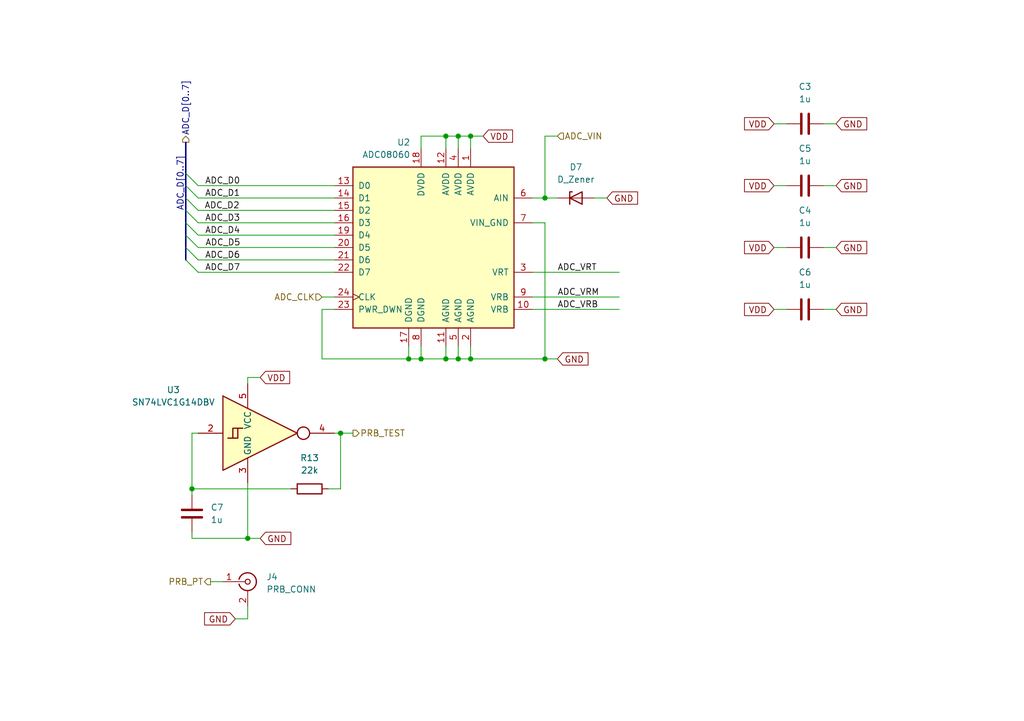
<source format=kicad_sch>
(kicad_sch (version 20230121) (generator eeschema)
  (paper "A5")
  (title_block (date "2024-02-23"))
  (lib_symbols
    (symbol "74xGxx:SN74LVC1G14DBV"
      (property "Reference" "U" (at -5.08 10.16 0))
      (property "Value" "SN74LVC1G14DBV" (at 20.32 10.16 0))
      (symbol "SN74LVC1G14DBV_0_1"
        (polyline (pts (xy -2.032 1.016) (xy -1.016 1.016)) (stroke (width 0.254)) (fill (type background)))
        (polyline (pts (xy -5.08 7.62) (xy -5.08 -7.62) (xy 10.16 0) (xy -5.08 7.62)) (stroke (width 0.254)) (fill (type background)))
        (polyline (pts (xy -3.048 -1.016) (xy -3.048 1.016) (xy -2.032 1.016) (xy -2.032 -1.016) (xy -4.064 -1.016)) (stroke (width 0.254)) (fill (type background)))
        (circle (center 11.43 0) (radius 1.27) (stroke (width 0.254)))
      )
      (symbol "SN74LVC1G14DBV_1_1"
        (pin no_connect line (at 10.16 0 180) (length 5.08) hide (name "NC") (number "1"))
        (pin input line (at -10.16 0 0) (length 5.08) (name "~") (number "2"))
        (pin power_in line (at 0 -10.16 90) (length 5.08) (name "GND") (number "3"))
        (pin output line (at 17.78 0 180) (length 5.08) (name "~") (number "4"))
        (pin power_in line (at 0 10.16 270) (length 5.08) (name "VCC") (number "5"))
      )
    )
    (symbol "Analog_ADC:ADC08060" (pin_names (offset 1.016))
      (property "Reference" "U" (at -16.51 17.78 0))
      (property "Value" "ADC08060" (at 8.89 17.78 0))
      (symbol "ADC08060_0_1"
        (rectangle (start -16.51 16.51) (end 16.51 -16.51) (stroke (width 0.254)) (fill (type background)))
      )
      (symbol "ADC08060_1_1"
        (pin power_in line (at -7.62 20.32 270) (length 3.81) (name "AVDD") (number "1"))
        (pin input line (at -20.32 -12.7 0) (length 3.81) (name "VRB") (number "10"))
        (pin power_in line (at -2.54 -20.32 90) (length 3.81) (name "AGND") (number "11"))
        (pin power_in line (at -2.54 20.32 270) (length 3.81) (name "AVDD") (number "12"))
        (pin tri_state line (at 20.32 12.7 180) (length 3.81) (name "D0") (number "13"))
        (pin tri_state line (at 20.32 10.16 180) (length 3.81) (name "D1") (number "14"))
        (pin tri_state line (at 20.32 7.62 180) (length 3.81) (name "D2") (number "15"))
        (pin tri_state line (at 20.32 5.08 180) (length 3.81) (name "D3") (number "16"))
        (pin power_in line (at 5.08 -20.32 90) (length 3.81) (name "DGND") (number "17"))
        (pin power_in line (at 2.54 20.32 270) (length 3.81) (name "DVDD") (number "18"))
        (pin tri_state line (at 20.32 2.54 180) (length 3.81) (name "D4") (number "19"))
        (pin power_in line (at -7.62 -20.32 90) (length 3.81) (name "AGND") (number "2"))
        (pin tri_state line (at 20.32 0 180) (length 3.81) (name "D5") (number "20"))
        (pin tri_state line (at 20.32 -2.54 180) (length 3.81) (name "D6") (number "21"))
        (pin tri_state line (at 20.32 -5.08 180) (length 3.81) (name "D7") (number "22"))
        (pin input line (at 20.32 -12.7 180) (length 3.81) (name "PWR_DWN") (number "23"))
        (pin input clock (at 20.32 -10.16 180) (length 3.81) (name "CLK") (number "24"))
        (pin input line (at -20.32 -5.08 0) (length 3.81) (name "VRT") (number "3"))
        (pin power_in line (at -5.08 20.32 270) (length 3.81) (name "AVDD") (number "4"))
        (pin power_in line (at -5.08 -20.32 90) (length 3.81) (name "AGND") (number "5"))
        (pin input line (at -20.32 10.16 0) (length 3.81) (name "AIN") (number "6"))
        (pin input line (at -20.32 5.08 0) (length 3.81) (name "VIN_GND") (number "7"))
        (pin power_in line (at 2.54 -20.32 90) (length 3.81) (name "DGND") (number "8"))
        (pin input line (at -20.32 -10.16 0) (length 3.81) (name "VRB") (number "9"))
      )
    )
    (symbol "Connector:Conn_Coaxial" (pin_names (offset 1.016) hide)
      (property "Reference" "J" (at 0.254 3.048 0))
      (property "Value" "Conn_Coaxial" (at 2.921 0 90))
      (symbol "Conn_Coaxial_0_1"
        (arc (start -1.778 -0.508) (mid 0.2311 -1.8066) (end 1.778 0) (stroke (width 0.254)))
        (polyline (pts (xy -2.54 0) (xy -0.508 0)))
        (polyline (pts (xy 0 -2.54) (xy 0 -1.778)))
        (circle (center 0 0) (radius 0.508) (stroke (width 0.2032)))
        (arc (start 1.778 0) (mid 0.2099 1.8101) (end -1.778 0.508) (stroke (width 0.254)))
      )
      (symbol "Conn_Coaxial_1_1"
        (pin passive line (at -5.08 0 0) (length 2.54) (name "In") (number "1"))
        (pin passive line (at 0 -5.08 90) (length 2.54) (name "Ext") (number "2"))
      )
    )
    (symbol "Device:C" (pin_numbers hide) (pin_names (offset 0.254))
      (property "Reference" "C" (at 0.635 2.54 0))
      (property "Value" "C" (at 0.635 -2.54 0))
      (symbol "C_0_1"
        (polyline (pts (xy -2.032 -0.762) (xy 2.032 -0.762)) (stroke (width 0.508)))
        (polyline (pts (xy -2.032 0.762) (xy 2.032 0.762)) (stroke (width 0.508)))
      )
      (symbol "C_1_1"
        (pin passive line (at 0 3.81 270) (length 2.794) (name "~") (number "1"))
        (pin passive line (at 0 -3.81 90) (length 2.794) (name "~") (number "2"))
      )
    )
    (symbol "Device:D_Zener" (pin_numbers hide) (pin_names (offset 1.016) hide)
      (property "Reference" "D" (at 0 2.54 0))
      (property "Value" "D_Zener" (at 0 -2.54 0))
      (symbol "D_Zener_0_1"
        (polyline (pts (xy 1.27 0) (xy -1.27 0)))
        (polyline (pts (xy -1.27 -1.27) (xy -1.27 1.27) (xy -0.762 1.27)) (stroke (width 0.254)))
        (polyline (pts (xy 1.27 -1.27) (xy 1.27 1.27) (xy -1.27 0) (xy 1.27 -1.27)) (stroke (width 0.254)))
      )
      (symbol "D_Zener_1_1"
        (pin passive line (at -3.81 0 0) (length 2.54) (name "K") (number "1"))
        (pin passive line (at 3.81 0 180) (length 2.54) (name "A") (number "2"))
      )
    )
    (symbol "Device:R" (pin_numbers hide) (pin_names (offset 0))
      (property "Reference" "R" (at 2.032 0 90))
      (property "Value" "R" (at 0 0 90))
      (symbol "R_0_1"
        (rectangle (start -1.016 -2.54) (end 1.016 2.54) (stroke (width 0.254)))
      )
      (symbol "R_1_1"
        (pin passive line (at 0 3.81 270) (length 1.27) (name "~") (number "1"))
        (pin passive line (at 0 -3.81 90) (length 1.27) (name "~") (number "2"))
      )
    )
  )
  (junction (at 50.8 110.49))
  (junction (at 91.44 73.66))
  (junction (at 91.44 27.94))
  (junction (at 96.52 73.66))
  (junction (at 111.76 40.64))
  (junction (at 86.36 73.66))
  (junction (at 96.52 27.94))
  (junction (at 83.82 73.66))
  (junction (at 111.76 73.66))
  (junction (at 93.98 73.66))
  (junction (at 93.98 27.94))
  (junction (at 69.85 88.9))
  (junction (at 39.37 100.33))
  (bus_entry (at 38.1 53.34) (size 2.54 2.54))
  (bus_entry (at 38.1 48.26) (size 2.54 2.54))
  (bus_entry (at 38.1 35.56) (size 2.54 2.54))
  (bus_entry (at 38.1 50.8) (size 2.54 2.54))
  (bus_entry (at 38.1 45.72) (size 2.54 2.54))
  (bus_entry (at 38.1 43.18) (size 2.54 2.54))
  (bus_entry (at 38.1 38.1) (size 2.54 2.54))
  (bus_entry (at 38.1 40.64) (size 2.54 2.54))
  (wire (pts (xy 68.58 63.5) (xy 66.04 63.5)))
  (wire (pts (xy 40.64 38.1) (xy 68.58 38.1)))
  (wire (pts (xy 83.82 73.66) (xy 86.36 73.66)))
  (wire (pts (xy 69.85 100.33) (xy 67.31 100.33)))
  (wire (pts (xy 168.91 25.4) (xy 171.45 25.4)))
  (wire (pts (xy 111.76 27.94) (xy 114.3 27.94)))
  (bus (pts (xy 38.1 43.18) (xy 38.1 45.72)))
  (wire (pts (xy 111.76 73.66) (xy 111.76 45.72)))
  (bus (pts (xy 38.1 50.8) (xy 38.1 53.34)))
  (wire (pts (xy 114.3 73.66) (xy 111.76 73.66)))
  (wire (pts (xy 168.91 38.1) (xy 171.45 38.1)))
  (wire (pts (xy 99.06 27.94) (xy 96.52 27.94)))
  (wire (pts (xy 86.36 27.94) (xy 86.36 30.48)))
  (wire (pts (xy 93.98 27.94) (xy 93.98 30.48)))
  (wire (pts (xy 53.34 110.49) (xy 50.8 110.49)))
  (wire (pts (xy 40.64 45.72) (xy 68.58 45.72)))
  (wire (pts (xy 91.44 27.94) (xy 86.36 27.94)))
  (wire (pts (xy 39.37 88.9) (xy 40.64 88.9)))
  (wire (pts (xy 86.36 71.12) (xy 86.36 73.66)))
  (wire (pts (xy 91.44 27.94) (xy 91.44 30.48)))
  (wire (pts (xy 109.22 63.5) (xy 127 63.5)))
  (wire (pts (xy 48.26 127) (xy 50.8 127)))
  (bus (pts (xy 38.1 45.72) (xy 38.1 48.26)))
  (wire (pts (xy 40.64 48.26) (xy 68.58 48.26)))
  (wire (pts (xy 111.76 27.94) (xy 111.76 40.64)))
  (wire (pts (xy 109.22 60.96) (xy 127 60.96)))
  (wire (pts (xy 40.64 43.18) (xy 68.58 43.18)))
  (wire (pts (xy 66.04 63.5) (xy 66.04 73.66)))
  (wire (pts (xy 168.91 50.8) (xy 171.45 50.8)))
  (wire (pts (xy 158.75 38.1) (xy 161.29 38.1)))
  (wire (pts (xy 39.37 100.33) (xy 39.37 101.6)))
  (bus (pts (xy 38.1 40.64) (xy 38.1 43.18)))
  (wire (pts (xy 93.98 27.94) (xy 91.44 27.94)))
  (wire (pts (xy 50.8 110.49) (xy 39.37 110.49)))
  (wire (pts (xy 121.92 40.64) (xy 124.46 40.64)))
  (wire (pts (xy 111.76 73.66) (xy 96.52 73.66)))
  (wire (pts (xy 40.64 40.64) (xy 68.58 40.64)))
  (wire (pts (xy 96.52 73.66) (xy 96.52 71.12)))
  (wire (pts (xy 158.75 25.4) (xy 161.29 25.4)))
  (bus (pts (xy 38.1 48.26) (xy 38.1 50.8)))
  (wire (pts (xy 50.8 127) (xy 50.8 124.46)))
  (wire (pts (xy 39.37 100.33) (xy 39.37 88.9)))
  (wire (pts (xy 69.85 88.9) (xy 69.85 100.33)))
  (wire (pts (xy 111.76 40.64) (xy 114.3 40.64)))
  (wire (pts (xy 91.44 71.12) (xy 91.44 73.66)))
  (wire (pts (xy 40.64 53.34) (xy 68.58 53.34)))
  (wire (pts (xy 96.52 27.94) (xy 93.98 27.94)))
  (wire (pts (xy 66.04 73.66) (xy 83.82 73.66)))
  (wire (pts (xy 96.52 27.94) (xy 96.52 30.48)))
  (wire (pts (xy 109.22 55.88) (xy 127 55.88)))
  (wire (pts (xy 83.82 71.12) (xy 83.82 73.66)))
  (wire (pts (xy 53.34 77.47) (xy 50.8 77.47)))
  (bus (pts (xy 38.1 29.21) (xy 38.1 35.56)))
  (wire (pts (xy 158.75 63.5) (xy 161.29 63.5)))
  (wire (pts (xy 86.36 73.66) (xy 91.44 73.66)))
  (wire (pts (xy 158.75 50.8) (xy 161.29 50.8)))
  (wire (pts (xy 66.04 60.96) (xy 68.58 60.96)))
  (wire (pts (xy 40.64 50.8) (xy 68.58 50.8)))
  (wire (pts (xy 43.18 119.38) (xy 45.72 119.38)))
  (wire (pts (xy 168.91 63.5) (xy 171.45 63.5)))
  (wire (pts (xy 50.8 99.06) (xy 50.8 110.49)))
  (wire (pts (xy 93.98 71.12) (xy 93.98 73.66)))
  (bus (pts (xy 38.1 38.1) (xy 38.1 40.64)))
  (bus (pts (xy 38.1 35.56) (xy 38.1 38.1)))
  (wire (pts (xy 59.69 100.33) (xy 39.37 100.33)))
  (wire (pts (xy 111.76 45.72) (xy 109.22 45.72)))
  (wire (pts (xy 39.37 110.49) (xy 39.37 109.22)))
  (wire (pts (xy 50.8 77.47) (xy 50.8 78.74)))
  (wire (pts (xy 68.58 88.9) (xy 69.85 88.9)))
  (wire (pts (xy 93.98 73.66) (xy 96.52 73.66)))
  (wire (pts (xy 111.76 40.64) (xy 109.22 40.64)))
  (wire (pts (xy 69.85 88.9) (xy 72.39 88.9)))
  (wire (pts (xy 91.44 73.66) (xy 93.98 73.66)))
  (wire (pts (xy 40.64 55.88) (xy 68.58 55.88)))
  (label "ADC_VRT" (at 114.3 55.88 0))
  (label "ADC_D3" (at 42.0231 45.72 0))
  (label "ADC_D1" (at 42.0231 40.64 0))
  (label "ADC_D2" (at 41.91 43.18 0))
  (label "ADC_D7" (at 42.0231 55.88 0))
  (label "ADC_D6" (at 42.0231 53.34 0))
  (label "ADC_VRM" (at 114.3 60.96 0))
  (label "ADC_D0" (at 42.0231 38.1 0))
  (label "ADC_D5" (at 42.0757 50.8 0))
  (label "ADC_D[0..7]" (at 38.1 43.18 90))
  (label "ADC_VRB" (at 114.3 63.5 0))
  (label "ADC_D4" (at 42.0231 48.26 0))
  (global_label "GND" (shape input) (at 171.45 63.5 0) (property "Intersheetrefs" "${INTERSHEET_REFS}" (effects hide)))
  (global_label "GND" (shape input) (at 124.46 40.64 0) (property "Intersheetrefs" "${INTERSHEET_REFS}" (effects hide)))
  (global_label "VDD" (shape input) (at 53.34 77.47 0) (property "Intersheetrefs" "${INTERSHEET_REFS}" (effects hide)))
  (global_label "VDD" (shape input) (at 158.75 63.5 180) (property "Intersheetrefs" "${INTERSHEET_REFS}" (effects hide)))
  (global_label "VDD" (shape input) (at 158.75 50.8 180) (property "Intersheetrefs" "${INTERSHEET_REFS}" (effects hide)))
  (global_label "GND" (shape input) (at 114.3 73.66 0) (property "Intersheetrefs" "${INTERSHEET_REFS}" (effects hide)))
  (global_label "VDD" (shape input) (at 158.75 38.1 180) (property "Intersheetrefs" "${INTERSHEET_REFS}" (effects hide)))
  (global_label "GND" (shape input) (at 171.45 25.4 0) (property "Intersheetrefs" "${INTERSHEET_REFS}" (effects hide)))
  (global_label "GND" (shape input) (at 53.34 110.49 0) (property "Intersheetrefs" "${INTERSHEET_REFS}" (effects hide)))
  (global_label "VDD" (shape input) (at 158.75 25.4 180) (property "Intersheetrefs" "${INTERSHEET_REFS}" (effects hide)))
  (global_label "GND" (shape input) (at 48.26 127 180) (property "Intersheetrefs" "${INTERSHEET_REFS}" (effects hide)))
  (global_label "GND" (shape input) (at 171.45 50.8 0) (property "Intersheetrefs" "${INTERSHEET_REFS}" (effects hide)))
  (global_label "GND" (shape input) (at 171.45 38.1 0) (property "Intersheetrefs" "${INTERSHEET_REFS}" (effects hide)))
  (global_label "VDD" (shape input) (at 99.06 27.94 0) (property "Intersheetrefs" "${INTERSHEET_REFS}" (effects hide)))
  (hierarchical_label "ADC_VIN" (shape input) (at 114.3 27.94 0))
  (hierarchical_label "ADC_D[0..7]" (shape output) (at 38.1 29.21 90))
  (hierarchical_label "ADC_CLK" (shape input) (at 66.04 60.96 180))
  (hierarchical_label "PRB_PT" (shape output) (at 43.18 119.38 180))
  (hierarchical_label "PRB_TEST" (shape output) (at 72.39 88.9 0))
  (symbol (lib_id "Device:C") (at 39.37 105.41 0) (unit 1)
    (property "Reference" "C7" (at 43.18 104.14 0) (effects (justify left)))
    (property "Value" "1u" (at 43.18 106.68 0) (effects (justify left)))
  )
  (symbol (lib_id "74xGxx:SN74LVC1G14DBV") (at 50.8 88.9 0) (unit 1)
    (property "Reference" "U3" (at 35.56 80.01 0))
    (property "Value" "SN74LVC1G14DBV" (at 35.56 82.55 0))
    (property "Footprint" "Package_TO_SOT_SMD:SOT-23-5" (effects hide))
    (property "Datasheet" "http://www.ti.com/lit/ds/symlink/sn74lvc1g14.pdf" (effects hide))
  )
  (symbol (lib_id "Analog_ADC:ADC08060") (at 88.9 50.8 0) (mirror y) (unit 1)
    (property "Reference" "U2" (at 84.1659 29.21 0) (effects (justify left)))
    (property "Value" "ADC08060" (at 84.1659 31.75 0) (effects (justify left)))
    (property "Datasheet" "http://www.ti.com/lit/ds/symlink/adc08060.pdf" (effects hide))
  )
  (symbol (lib_id "Connector:Conn_Coaxial") (at 50.8 119.38 0) (unit 1)
    (property "Reference" "J4" (at 54.61 118.4032 0) (effects (justify left)))
    (property "Value" "PRB_CONN" (at 54.61 120.9432 0) (effects (justify left)))
    (property "Datasheet" " ~" (effects hide))
  )
  (symbol (lib_id "Device:C") (at 165.1 38.1 90) (unit 1)
    (property "Reference" "C5" (at 165.1 30.48 90))
    (property "Value" "1u" (at 165.1 33.02 90))
    (instances (project "xillinx_vga" (path "" (reference "C5") (unit 1)) (path "" (reference "C4") (unit 1))))
  )
  (symbol (lib_id "Device:C") (at 165.1 63.5 90) (unit 1)
    (property "Reference" "C6" (at 165.1 55.88 90))
    (property "Value" "1u" (at 165.1 58.42 90))
  )
  (symbol (lib_id "Device:R") (at 63.5 100.33 90) (unit 1)
    (property "Reference" "R13" (at 63.5 93.98 90))
    (property "Value" "22k" (at 63.5 96.52 90))
    (instances (project "xillinx_vga" (path "" (reference "R13") (unit 1)) (path "" (reference "R7") (unit 1))))
  )
  (symbol (lib_id "Device:C") (at 165.1 50.8 90) (unit 1)
    (property "Reference" "C4" (at 165.1 43.18 90))
    (property "Value" "1u" (at 165.1 45.72 90))
    (instances (project "xillinx_vga" (path "" (reference "C4") (unit 1)) (path "" (reference "C5") (unit 1))))
  )
  (symbol (lib_id "Device:C") (at 165.1 25.4 90) (unit 1)
    (property "Reference" "C3" (at 165.1 17.78 90))
    (property "Value" "1u" (at 165.1 20.32 90))
  )
  (symbol (lib_id "Device:D_Zener") (at 118.11 40.64 0) (unit 1)
    (property "Reference" "D7" (at 118.11 34.29 0))
    (property "Value" "D_Zener" (at 118.11 36.83 0))
    (instances (project "xillinx_vga" (path "" (reference "D7") (unit 1)) (path "" (reference "D13") (unit 1))))
  )
)
</source>
